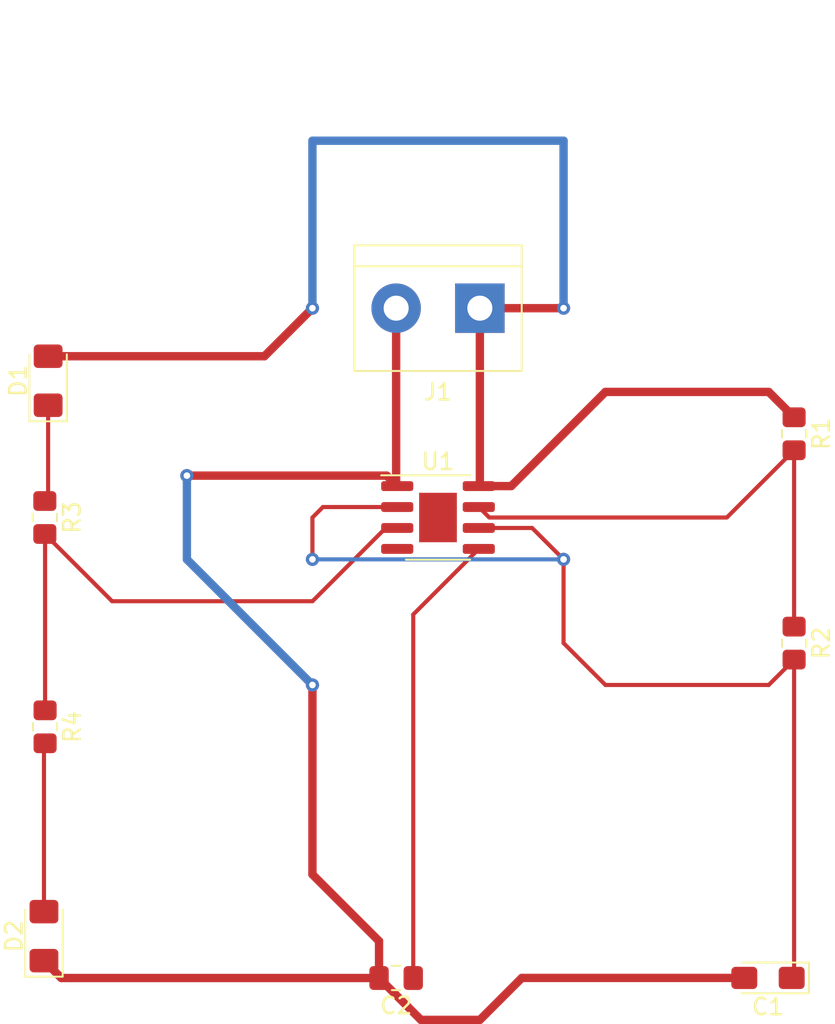
<source format=kicad_pcb>
(kicad_pcb (version 20211014) (generator pcbnew)
  (layers (0 "F.Cu" signal) (31 "B.Cu" signal) (34 "B.Paste" user) (35 "F.Paste" user) (36 "B.SilkS" user "B.Silkscreen") (37 "F.SilkS" user "F.Silkscreen") (38 "B.Mask" user) (39 "F.Mask" user) (44 "Edge.Cuts" user))
  (net 0 "")
  (net 1 "/pin_2")
  (net 2 "GND")
  (net 3 "Net-(C2-Pad1)")
  (net 4 "Net-(D1-Pad1)")
  (net 5 "+9V")
  (net 6 "Net-(D2-Pad2)")
  (net 7 "Net-(R1-Pad2)")
  (net 8 "/pin_3")
  (net 9 "/9V")
  (footprint "Resistor_SMD:R_0805_2012Metric_Pad1.20x1.40mm_HandSolder" (layer "F.Cu") (at 108.22 83.82 -90)
    (fp_text reference "R3" (at 0 -1.65 90) (layer "F.SilkS"))
    (fp_text value "1 kOhms")
    (fp_line (start -0.227064 -0.735) (end 0.227064 -0.735) (layer "F.SilkS") (width 0.12))
    (fp_line (start -0.227064 0.735) (end 0.227064 0.735) (layer "F.SilkS") (width 0.12))
    (pad "1" smd roundrect (at -1 0 270) (size 1.2 1.4) (layers "F.Cu" "F.Paste" "F.Mask") (roundrect_rratio 0.208333) (net 4 "Net-(D1-Pad1)"))
    (pad "2" smd roundrect (at 1 0 270) (size 1.2 1.4) (layers "F.Cu" "F.Paste" "F.Mask") (roundrect_rratio 0.208333) (net 8 "/pin_3"))
  )
  (footprint "Resistor_SMD:R_0805_2012Metric_Pad1.20x1.40mm_HandSolder" (layer "F.Cu") (at 153.69 78.74 -90)
    (fp_text reference "R1" (at 0 -1.65 90) (layer "F.SilkS"))
    (fp_text value "1 kOhms")
    (fp_line (start -0.227064 -0.735) (end 0.227064 -0.735) (layer "F.SilkS") (width 0.12))
    (fp_line (start -0.227064 0.735) (end 0.227064 0.735) (layer "F.SilkS") (width 0.12))
    (pad "1" smd roundrect (at -1 0 270) (size 1.2 1.4) (layers "F.Cu" "F.Paste" "F.Mask") (roundrect_rratio 0.208333) (net 5 "+9V"))
    (pad "2" smd roundrect (at 1 0 270) (size 1.2 1.4) (layers "F.Cu" "F.Paste" "F.Mask") (roundrect_rratio 0.208333) (net 7 "Net-(R1-Pad2)"))
  )
  (footprint "Resistor_SMD:R_0805_2012Metric_Pad1.20x1.40mm_HandSolder" (layer "F.Cu") (at 153.69 91.44 -90)
    (fp_text reference "R2" (at 0 -1.65 90) (layer "F.SilkS"))
    (fp_text value "10 kOhms")
    (fp_line (start -0.227064 -0.735) (end 0.227064 -0.735) (layer "F.SilkS") (width 0.12))
    (fp_line (start -0.227064 0.735) (end 0.227064 0.735) (layer "F.SilkS") (width 0.12))
    (pad "1" smd roundrect (at -1 0 270) (size 1.2 1.4) (layers "F.Cu" "F.Paste" "F.Mask") (roundrect_rratio 0.208333) (net 7 "Net-(R1-Pad2)"))
    (pad "2" smd roundrect (at 1 0 270) (size 1.2 1.4) (layers "F.Cu" "F.Paste" "F.Mask") (roundrect_rratio 0.208333) (net 1 "/pin_2"))
  )
  (footprint "Capacitor_SMD:C_0805_2012Metric_Pad1.18x1.45mm_HandSolder" (layer "F.Cu") (at 129.54 111.76 180)
    (fp_text reference "C2" (at 0 -1.68) (layer "F.SilkS"))
    (fp_text value "0.01 uF")
    (fp_line (start -0.261252 -0.735) (end 0.261252 -0.735) (layer "F.SilkS") (width 0.12))
    (fp_line (start -0.261252 0.735) (end 0.261252 0.735) (layer "F.SilkS") (width 0.12))
    (pad "1" smd roundrect (at -1.0375 0 180) (size 1.175 1.45) (layers "F.Cu" "F.Paste" "F.Mask") (roundrect_rratio 0.212766) (net 3 "Net-(C2-Pad1)"))
    (pad "2" smd roundrect (at 1.0375 0 180) (size 1.175 1.45) (layers "F.Cu" "F.Paste" "F.Mask") (roundrect_rratio 0.212766) (net 2 "GND"))
  )
  (footprint "Package_SO:SOIC-8-1EP_3.9x4.9mm_P1.27mm_EP2.29x3mm" (layer "F.Cu") (at 132.08 83.82)
    (fp_text reference "U1" (at 0 -3.4) (layer "F.SilkS"))
    (fp_text value "Timer")
    (fp_line (start 0 -2.56) (end 1.95 -2.56) (layer "F.SilkS") (width 0.12))
    (fp_line (start 0 2.56) (end 1.95 2.56) (layer "F.SilkS") (width 0.12))
    (fp_line (start 0 2.56) (end -1.95 2.56) (layer "F.SilkS") (width 0.12))
    (fp_line (start 0 -2.56) (end -3.45 -2.56) (layer "F.SilkS") (width 0.12))
    (pad "1" smd roundrect (at -2.475 -1.905) (size 1.95 0.6) (layers "F.Cu" "F.Paste" "F.Mask") (net 2 "GND"))
    (pad "2" smd roundrect (at -2.475 -0.635) (size 1.95 0.6) (layers "F.Cu" "F.Paste" "F.Mask") (net 1 "/pin_2"))
    (pad "3" smd roundrect (at -2.475 0.635) (size 1.95 0.6) (layers "F.Cu" "F.Paste" "F.Mask") (net 8 "/pin_3"))
    (pad "4" smd roundrect (at -2.475 1.905) (size 1.95 0.6) (layers "F.Cu" "F.Paste" "F.Mask") (net 9 "/9V"))
    (pad "5" smd roundrect (at 2.475 1.905) (size 1.95 0.6) (layers "F.Cu" "F.Paste" "F.Mask") (net 3 "Net-(C2-Pad1)"))
    (pad "6" smd roundrect (at 2.475 0.635) (size 1.95 0.6) (layers "F.Cu" "F.Paste" "F.Mask") (net 1 "/pin_2"))
    (pad "7" smd roundrect (at 2.475 -0.635) (size 1.95 0.6) (layers "F.Cu" "F.Paste" "F.Mask") (net 7 "Net-(R1-Pad2)"))
    (pad "8" smd roundrect (at 2.475 -1.905) (size 1.95 0.6) (layers "F.Cu" "F.Paste" "F.Mask") (net 5 "+9V"))
    (pad "9" smd rect (at 0 0) (size 2.29 3) (layers "F.Cu" "F.Mask"))
  )
  (footprint "LED_SMD:LED_1206_3216Metric_Pad1.42x1.75mm_HandSolder" (layer "F.Cu") (at 108.42 75.5225 90)
    (fp_text reference "D1" (at 0 -1.82 90) (layer "F.SilkS"))
    (fp_text value "LED")
    (fp_line (start -2.46 1.135) (end 1.6 1.135) (layer "F.SilkS") (width 0.12))
    (fp_line (start 1.6 -1.135) (end -2.46 -1.135) (layer "F.SilkS") (width 0.12))
    (fp_line (start -2.46 -1.135) (end -2.46 1.135) (layer "F.SilkS") (width 0.12))
    (pad "1" smd roundrect (at -1.4875 0 90) (size 1.425 1.75) (layers "F.Cu" "F.Paste" "F.Mask") (roundrect_rratio 0.175439) (net 4 "Net-(D1-Pad1)"))
    (pad "2" smd roundrect (at 1.4875 0 90) (size 1.425 1.75) (layers "F.Cu" "F.Paste" "F.Mask") (roundrect_rratio 0.175439) (net 5 "+9V"))
  )
  (footprint "TerminalBlock:TerminalBlock_bornier-2_P5.08mm" (layer "F.Cu") (at 134.62 71.12 180)
    (fp_text reference "J1" (at 2.54 -5.08) (layer "F.SilkS"))
    (fp_text value "Connector")
    (fp_line (start 7.62 -3.81) (end -2.54 -3.81) (layer "F.SilkS") (width 0.12))
    (fp_line (start -2.54 3.81) (end 7.62 3.81) (layer "F.SilkS") (width 0.12))
    (fp_line (start 7.62 2.54) (end -2.54 2.54) (layer "F.SilkS") (width 0.12))
    (fp_line (start 7.62 3.81) (end 7.62 -3.81) (layer "F.SilkS") (width 0.12))
    (fp_line (start -2.54 -3.81) (end -2.54 3.81) (layer "F.SilkS") (width 0.12))
    (pad "1" thru_hole rect (at 0 0 180) (size 3 3) (drill 1.52) (layers *.Cu *.Mask) (net 5 "+9V"))
    (pad "2" thru_hole circle (at 5.08 0 180) (size 3 3) (drill 1.52) (layers *.Cu *.Mask) (net 2 "GND"))
  )
  (footprint "Resistor_SMD:R_0805_2012Metric_Pad1.20x1.40mm_HandSolder" (layer "F.Cu") (at 108.235 96.52 -90)
    (fp_text reference "R4" (at 0 -1.65 90) (layer "F.SilkS"))
    (fp_text value "1 kOhms")
    (fp_line (start -0.227064 0.735) (end 0.227064 0.735) (layer "F.SilkS") (width 0.12))
    (fp_line (start -0.227064 -0.735) (end 0.227064 -0.735) (layer "F.SilkS") (width 0.12))
    (pad "1" smd roundrect (at -1 0 270) (size 1.2 1.4) (layers "F.Cu" "F.Paste" "F.Mask") (roundrect_rratio 0.208333) (net 8 "/pin_3"))
    (pad "2" smd roundrect (at 1 0 270) (size 1.2 1.4) (layers "F.Cu" "F.Paste" "F.Mask") (roundrect_rratio 0.208333) (net 6 "Net-(D2-Pad2)"))
  )
  (footprint "LED_SMD:LED_1206_3216Metric_Pad1.42x1.75mm_HandSolder" (layer "F.Cu") (at 108.1675 109.22 90)
    (fp_text reference "D2" (at 0 -1.82 90) (layer "F.SilkS"))
    (fp_text value "LED")
    (fp_line (start -2.46 -1.135) (end -2.46 1.135) (layer "F.SilkS") (width 0.12))
    (fp_line (start -2.46 1.135) (end 1.6 1.135) (layer "F.SilkS") (width 0.12))
    (fp_line (start 1.6 -1.135) (end -2.46 -1.135) (layer "F.SilkS") (width 0.12))
    (pad "1" smd roundrect (at -1.4875 0 90) (size 1.425 1.75) (layers "F.Cu" "F.Paste" "F.Mask") (roundrect_rratio 0.175439) (net 2 "GND"))
    (pad "2" smd roundrect (at 1.4875 0 90) (size 1.425 1.75) (layers "F.Cu" "F.Paste" "F.Mask") (roundrect_rratio 0.175439) (net 6 "Net-(D2-Pad2)"))
  )
  (footprint "Capacitor_Tantalum_SMD:CP_EIA-3216-18_Kemet-A_Pad1.58x1.35mm_HandSolder" (layer "F.Cu") (at 152.105 111.755 180)
    (fp_text reference "C1" (at 0 -1.75) (layer "F.SilkS"))
    (fp_text value "10 uF")
    (fp_line (start 1.6 -0.935) (end -2.485 -0.935) (layer "F.SilkS") (width 0.12))
    (fp_line (start -2.485 0.935) (end 1.6 0.935) (layer "F.SilkS") (width 0.12))
    (fp_line (start -2.485 -0.935) (end -2.485 0.935) (layer "F.SilkS") (width 0.12))
    (pad "1" smd roundrect (at -1.4375 0 180) (size 1.575 1.35) (layers "F.Cu" "F.Paste" "F.Mask") (roundrect_rratio 0.185185) (net 1 "/pin_2"))
    (pad "2" smd roundrect (at 1.4375 0 180) (size 1.575 1.35) (layers "F.Cu" "F.Paste" "F.Mask") (roundrect_rratio 0.185185) (net 2 "GND"))
  )
  (segment (start 153.5425 111.755) (end 153.69 111.6075) (width 0.25) (layer "F.Cu") (net 1))
  (segment (start 152.15 93.98) (end 153.69 92.44) (width 0.25) (layer "F.Cu") (net 1))
  (segment (start 124.46 86.36) (end 124.46 83.82) (width 0.25) (layer "F.Cu") (net 1))
  (segment (start 125.095 83.185) (end 129.605 83.185) (width 0.25) (layer "F.Cu") (net 1))
  (segment (start 142.24 93.98) (end 152.15 93.98) (width 0.25) (layer "F.Cu") (net 1))
  (segment (start 137.795 84.455) (end 134.555 84.455) (width 0.25) (layer "F.Cu") (net 1))
  (segment (start 153.69 111.6075) (end 153.69 92.44) (width 0.25) (layer "F.Cu") (net 1))
  (segment (start 139.7 86.36) (end 137.795 84.455) (width 0.25) (layer "F.Cu") (net 1))
  (segment (start 139.7 91.44) (end 142.24 93.98) (width 0.25) (layer "F.Cu") (net 1))
  (segment (start 124.46 83.82) (end 125.095 83.185) (width 0.25) (layer "F.Cu") (net 1))
  (segment (start 139.7 86.36) (end 139.7 91.44) (width 0.25) (layer "F.Cu") (net 1))
  (via (at 124.46 86.36) (size 0.8) (drill 0.4) (layers "F.Cu" "B.Cu") (net 1))
  (via (at 139.7 86.36) (size 0.8) (drill 0.4) (layers "F.Cu" "B.Cu") (net 1))
  (segment (start 124.46 86.36) (end 139.7 86.36) (width 0.25) (layer "B.Cu") (net 1))
  (segment (start 109.22 111.76) (end 128.5025 111.76) (width 0.508) (layer "F.Cu") (net 2))
  (segment (start 128.97 81.28) (end 116.84 81.28) (width 0.508) (layer "F.Cu") (net 2))
  (segment (start 129.54 71.12) (end 129.54 81.85) (width 0.508) (layer "F.Cu") (net 2))
  (segment (start 129.54 81.85) (end 129.605 81.915) (width 0.25) (layer "F.Cu") (net 2))
  (segment (start 137.165 111.755) (end 134.62 114.3) (width 0.508) (layer "F.Cu") (net 2))
  (segment (start 131.0425 114.3) (end 128.5025 111.76) (width 0.508) (layer "F.Cu") (net 2))
  (segment (start 108.1675 110.7075) (end 109.22 111.76) (width 0.508) (layer "F.Cu") (net 2))
  (segment (start 128.5025 109.521244) (end 128.5025 111.76) (width 0.508) (layer "F.Cu") (net 2))
  (segment (start 129.605 81.915) (end 128.97 81.28) (width 0.508) (layer "F.Cu") (net 2))
  (segment (start 124.46 105.478744) (end 128.5025 109.521244) (width 0.508) (layer "F.Cu") (net 2))
  (segment (start 124.46 93.98) (end 124.46 105.478744) (width 0.508) (layer "F.Cu") (net 2))
  (segment (start 150.6675 111.755) (end 137.165 111.755) (width 0.508) (layer "F.Cu") (net 2))
  (segment (start 134.62 114.3) (end 131.0425 114.3) (width 0.508) (layer "F.Cu") (net 2))
  (via (at 124.46 93.98) (size 0.8) (drill 0.4) (layers "F.Cu" "B.Cu") (net 2))
  (via (at 116.84 81.28) (size 0.8) (drill 0.4) (layers "F.Cu" "B.Cu") (net 2))
  (segment (start 124.46 93.98) (end 116.84 86.36) (width 0.508) (layer "B.Cu") (net 2))
  (segment (start 116.84 86.36) (end 116.84 81.28) (width 0.508) (layer "B.Cu") (net 2))
  (segment (start 130.5775 89.7025) (end 134.555 85.725) (width 0.25) (layer "F.Cu") (net 3))
  (segment (start 130.5775 111.76) (end 130.5775 89.7025) (width 0.25) (layer "F.Cu") (net 3))
  (segment (start 108.42 77.01) (end 108.42 82.62) (width 0.25) (layer "F.Cu") (net 4))
  (segment (start 108.42 82.62) (end 108.22 82.82) (width 0.25) (layer "F.Cu") (net 4))
  (segment (start 134.62 71.12) (end 134.62 81.85) (width 0.508) (layer "F.Cu") (net 5))
  (segment (start 152.15 76.2) (end 153.69 77.74) (width 0.508) (layer "F.Cu") (net 5))
  (segment (start 136.525 81.915) (end 142.24 76.2) (width 0.508) (layer "F.Cu") (net 5))
  (segment (start 108.42 74.035) (end 121.545 74.035) (width 0.508) (layer "F.Cu") (net 5))
  (segment (start 134.555 81.915) (end 136.525 81.915) (width 0.508) (layer "F.Cu") (net 5))
  (segment (start 142.24 76.2) (end 152.15 76.2) (width 0.508) (layer "F.Cu") (net 5))
  (segment (start 134.62 81.85) (end 134.555 81.915) (width 0.25) (layer "F.Cu") (net 5))
  (segment (start 121.545 74.035) (end 124.46 71.12) (width 0.508) (layer "F.Cu") (net 5))
  (segment (start 139.7 71.12) (end 134.62 71.12) (width 0.508) (layer "F.Cu") (net 5))
  (via (at 124.46 71.12) (size 0.8) (drill 0.4) (layers "F.Cu" "B.Cu") (net 5))
  (via (at 139.7 71.12) (size 0.8) (drill 0.4) (layers "F.Cu" "B.Cu") (net 5))
  (segment (start 139.7 71.12) (end 139.7 60.96) (width 0.508) (layer "B.Cu") (net 5))
  (segment (start 139.7 60.96) (end 124.46 60.96) (width 0.508) (layer "B.Cu") (net 5))
  (segment (start 124.46 60.96) (end 124.46 71.12) (width 0.508) (layer "B.Cu") (net 5))
  (segment (start 108.1675 97.5875) (end 108.1675 107.7325) (width 0.25) (layer "F.Cu") (net 6))
  (segment (start 108.235 97.52) (end 108.1675 97.5875) (width 0.25) (layer "F.Cu") (net 6))
  (segment (start 135.19 83.82) (end 149.61 83.82) (width 0.25) (layer "F.Cu") (net 7))
  (segment (start 134.555 83.185) (end 135.19 83.82) (width 0.25) (layer "F.Cu") (net 7))
  (segment (start 149.61 83.82) (end 153.69 79.74) (width 0.25) (layer "F.Cu") (net 7))
  (segment (start 153.69 90.44) (end 153.69 79.74) (width 0.25) (layer "F.Cu") (net 7))
  (segment (start 128.905 84.455) (end 124.46 88.9) (width 0.25) (layer "F.Cu") (net 8))
  (segment (start 112.3 88.9) (end 108.22 84.82) (width 0.25) (layer "F.Cu") (net 8))
  (segment (start 129.605 84.455) (end 128.905 84.455) (width 0.25) (layer "F.Cu") (net 8))
  (segment (start 108.235 84.835) (end 108.235 95.52) (width 0.25) (layer "F.Cu") (net 8))
  (segment (start 108.22 84.82) (end 108.235 84.835) (width 0.25) (layer "F.Cu") (net 8))
  (segment (start 124.46 88.9) (end 112.3 88.9) (width 0.25) (layer "F.Cu") (net 8))
)
</source>
